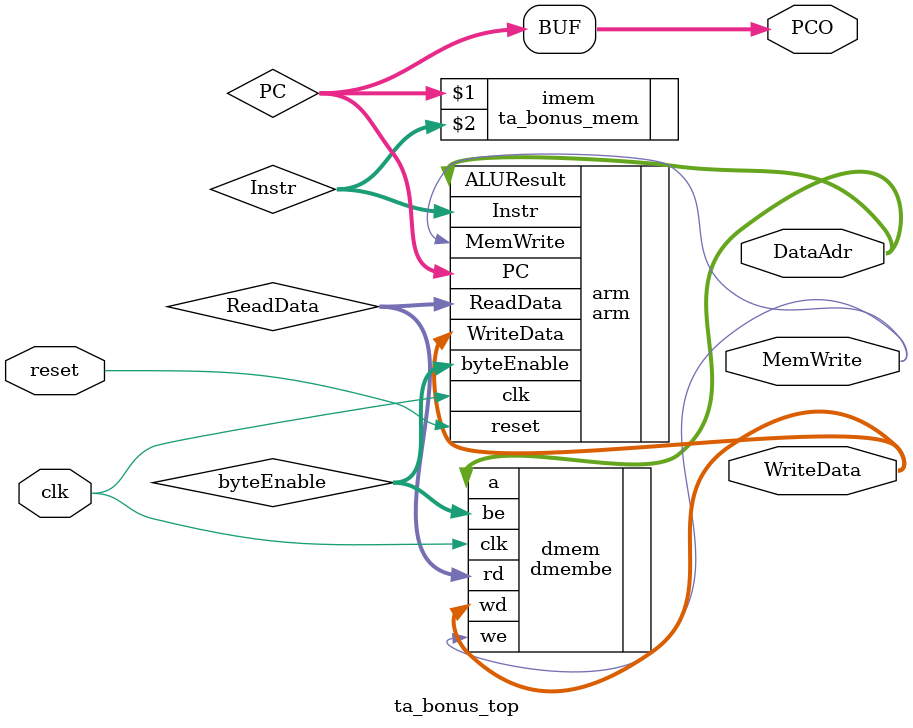
<source format=sv>
module ta_bonus_top(
    input  logic clk, reset,
    output logic [31:0] DataAdr,
    output logic [31:0] WriteData,
    output logic MemWrite,
	output logic [31:0] PCO
    );

    logic [31:0] PC, Instr, ReadData;
	logic [3:0] byteEnable;
	assign PCO = PC;

    // instantiate processor and memories
    arm  arm(.clk(clk), .reset(reset), .PC(PC), .Instr(Instr), .MemWrite(MemWrite), 
				.ALUResult(DataAdr), .WriteData(WriteData), .ReadData(ReadData), .byteEnable(byteEnable));
    
    ta_bonus_mem imem(PC, Instr);	
	
    dmembe dmem(.clk(clk), .we(MemWrite), .be(byteEnable), .a(DataAdr), .wd(WriteData), .rd(ReadData));
    
endmodule

</source>
